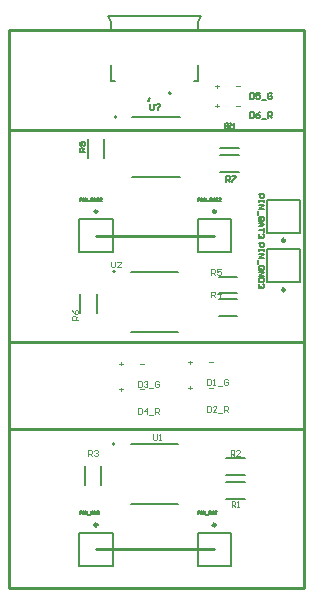
<source format=gbr>
%TF.GenerationSoftware,Altium Limited,Altium Designer,20.0.13 (296)*%
G04 Layer_Color=65535*
%FSLAX45Y45*%
%MOMM*%
%TF.FileFunction,Legend,Top*%
%TF.Part,Single*%
G01*
G75*
%TA.AperFunction,NonConductor*%
%ADD31C,0.20000*%
%ADD32C,0.25000*%
%ADD33C,0.25400*%
%ADD34C,0.07620*%
%ADD35C,0.12700*%
%ADD36C,0.07500*%
D31*
X14706900Y12165900D02*
G03*
X14706900Y12165900I-10000J0D01*
G01*
X14246700Y11963400D02*
G03*
X14246700Y11963400I-10000J0D01*
G01*
X14231606Y9194953D02*
G03*
X14231606Y9194953I-10000J0D01*
G01*
X14234000Y10655300D02*
G03*
X14234000Y10655300I-10000J0D01*
G01*
X14176898Y12820898D02*
X14196898Y12766899D01*
X14176898Y12820898D02*
X14956902D01*
X14196898Y12265899D02*
X14231898D01*
X14196898D02*
Y12400900D01*
X14936902Y12766899D02*
X14956902Y12820898D01*
X14936902Y12690902D02*
Y12766899D01*
X14901901Y12265899D02*
X14936902D01*
Y12400900D01*
X14196898Y12690902D02*
Y12766899D01*
X15799100Y10985200D02*
Y11265200D01*
X15519099D02*
X15799100D01*
X15519099Y10985200D02*
Y11265200D01*
Y10985200D02*
X15799100D01*
Y10566100D02*
Y10846100D01*
X15519099D02*
X15799100D01*
X15519099Y10566100D02*
Y10846100D01*
Y10566100D02*
X15799100D01*
X14934900Y10820100D02*
Y11100100D01*
Y10820100D02*
X15214900D01*
Y11100100D01*
X14934900D02*
X15214900D01*
X14931598Y8165800D02*
Y8445800D01*
Y8165800D02*
X15211598D01*
Y8445800D01*
X14931598D02*
X15211598D01*
X13931599Y10820100D02*
Y11100100D01*
Y10820100D02*
X14211600D01*
Y11100100D01*
X13931599D02*
X14211600D01*
X13931599Y8165800D02*
Y8445800D01*
Y8165800D02*
X14211600D01*
Y8445800D01*
X13931599D02*
X14211600D01*
D32*
X15671600Y10920200D02*
G03*
X15671600Y10920200I-12500J0D01*
G01*
Y10501100D02*
G03*
X15671600Y10501100I-12500J0D01*
G01*
X15087399Y11165100D02*
G03*
X15087399Y11165100I-12500J0D01*
G01*
X15084100Y8510800D02*
G03*
X15084100Y8510800I-12500J0D01*
G01*
X14084100Y11165100D02*
G03*
X14084100Y11165100I-12500J0D01*
G01*
Y8510800D02*
G03*
X14084100Y8510800I-12500J0D01*
G01*
D33*
X13335001Y7975600D02*
X15836900D01*
X13335001Y9321800D02*
X15836900D01*
Y7975600D02*
Y9321800D01*
X13335001Y7975600D02*
Y9321800D01*
Y7975600D02*
X15836900D01*
X13335001Y12700000D02*
X15836900D01*
Y7975600D02*
Y12700000D01*
X13335001Y7975600D02*
Y12700000D01*
Y10058400D02*
X15836900D01*
X13335001Y11858400D02*
X15836900D01*
Y10058400D02*
Y11858400D01*
X13335001Y10058400D02*
Y11858400D01*
X14071600Y10960100D02*
X15071597D01*
X14071600Y8305800D02*
X15071597D01*
D34*
X15260320Y12059920D02*
X15290800D01*
X15082520D02*
X15113000D01*
X15100301Y12047220D02*
Y12072620D01*
X15260320Y12225020D02*
X15290800D01*
X15082520D02*
X15113000D01*
X15100301Y12212320D02*
Y12237720D01*
X15031720Y9888220D02*
X15062199D01*
X14853920D02*
X14884399D01*
X14871700Y9875520D02*
Y9900920D01*
X15031720Y9672320D02*
X15062199D01*
X14853920D02*
X14884399D01*
X14871700Y9659620D02*
Y9685020D01*
X14447520Y9875520D02*
X14478000D01*
X14269720D02*
X14300200D01*
X14287500Y9862820D02*
Y9888220D01*
X14447520Y9659620D02*
X14478000D01*
X14269720D02*
X14300200D01*
X14287500Y9646920D02*
Y9672320D01*
D35*
X14379601Y11454399D02*
X14779601D01*
X14379601Y11964401D02*
X14779601D01*
X15121899Y11841902D02*
X15281900D01*
X15121899Y11703898D02*
X15281900D01*
X15121899Y11638702D02*
X15281900D01*
X15121899Y11500698D02*
X15281900D01*
X14002599Y11616700D02*
Y11776700D01*
X14140602Y11616700D02*
Y11776700D01*
X13977197Y8848100D02*
Y9008100D01*
X14115202Y8848100D02*
Y9008100D01*
X14364505Y8685953D02*
X14764503D01*
X14364505Y9195954D02*
X14764503D01*
X15172701Y9073302D02*
X15332700D01*
X15172701Y8935298D02*
X15332700D01*
X15172701Y8870102D02*
X15332700D01*
X15172701Y8732098D02*
X15332700D01*
X13939098Y10308600D02*
Y10468600D01*
X14077103Y10308600D02*
Y10468600D01*
X15109200Y10419502D02*
X15269200D01*
X15109200Y10281498D02*
X15269200D01*
X15109200Y10610002D02*
X15269200D01*
X15109200Y10471998D02*
X15269200D01*
X14366901Y10146299D02*
X14766901D01*
X14366901Y10656301D02*
X14766901D01*
X14526364Y12126796D02*
X14517900D01*
X14522131D01*
Y12105636D01*
X14517900Y12101404D01*
X14513667D01*
X14509436Y12105636D01*
X14531747Y12077292D02*
Y12035639D01*
X14540079Y12027308D01*
X14556738D01*
X14565070Y12035639D01*
Y12077292D01*
X14581731Y12068961D02*
X14590060Y12077292D01*
X14606723D01*
X14615053Y12068961D01*
Y12060631D01*
X14598392Y12043969D01*
Y12035639D02*
Y12027308D01*
X13982292Y11667747D02*
X13932307D01*
Y11692739D01*
X13940639Y11701070D01*
X13957300D01*
X13965631Y11692739D01*
Y11667747D01*
Y11684408D02*
X13982292Y11701070D01*
X13973961Y11717731D02*
X13982292Y11726061D01*
Y11742723D01*
X13973961Y11751053D01*
X13940639D01*
X13932307Y11742723D01*
Y11726061D01*
X13940639Y11717731D01*
X13948969D01*
X13957300Y11726061D01*
Y11751053D01*
X15243553Y11912191D02*
Y11862208D01*
X15218561D01*
X15210229Y11870538D01*
Y11887199D01*
X15218561Y11895530D01*
X15243553D01*
X15226892D02*
X15210229Y11912191D01*
X15193568Y11870538D02*
X15185239Y11862208D01*
X15168578D01*
X15160246Y11870538D01*
Y11878869D01*
X15168578Y11887199D01*
X15160246Y11895530D01*
Y11903861D01*
X15168578Y11912191D01*
X15185239D01*
X15193568Y11903861D01*
Y11895530D01*
X15185239Y11887199D01*
X15193568Y11878869D01*
Y11870538D01*
X15185239Y11887199D02*
X15168578D01*
X15172948Y11417708D02*
Y11467692D01*
X15197939D01*
X15206270Y11459361D01*
Y11442700D01*
X15197939Y11434369D01*
X15172948D01*
X15189607D02*
X15206270Y11417708D01*
X15222931Y11467692D02*
X15256253D01*
Y11459361D01*
X15222931Y11426039D01*
Y11417708D01*
X15447774Y10893539D02*
X15497757D01*
Y10868547D01*
X15489427Y10860216D01*
X15472765D01*
X15464435Y10868547D01*
Y10893539D01*
X15497757Y10843555D02*
Y10826894D01*
Y10835224D01*
X15447774D01*
Y10843555D01*
Y10826894D01*
Y10801902D02*
X15497757D01*
X15447774Y10768579D01*
X15497757D01*
X15439442Y10751918D02*
Y10718596D01*
X15489427Y10668612D02*
X15497757Y10676943D01*
Y10693604D01*
X15489427Y10701935D01*
X15456104D01*
X15447774Y10693604D01*
Y10676943D01*
X15456104Y10668612D01*
X15472765D01*
Y10685274D01*
X15447774Y10651951D02*
X15497757D01*
X15447774Y10618628D01*
X15497757D01*
Y10601967D02*
X15447774D01*
Y10576976D01*
X15456104Y10568645D01*
X15489427D01*
X15497757Y10576976D01*
Y10601967D01*
X15489427Y10551984D02*
X15497757Y10543653D01*
Y10526992D01*
X15489427Y10518661D01*
X15481096D01*
X15472765Y10526992D01*
Y10535323D01*
Y10526992D01*
X15464435Y10518661D01*
X15456104D01*
X15447774Y10526992D01*
Y10543653D01*
X15456104Y10551984D01*
X15447774Y11312639D02*
X15497757D01*
Y11287647D01*
X15489427Y11279316D01*
X15472765D01*
X15464435Y11287647D01*
Y11312639D01*
X15497757Y11262655D02*
Y11245994D01*
Y11254324D01*
X15447774D01*
Y11262655D01*
Y11245994D01*
Y11221002D02*
X15497757D01*
X15447774Y11187679D01*
X15497757D01*
X15439442Y11171018D02*
Y11137696D01*
X15497757Y11121035D02*
X15447774D01*
Y11096043D01*
X15456104Y11087712D01*
X15464435D01*
X15472765Y11096043D01*
Y11121035D01*
Y11096043D01*
X15481096Y11087712D01*
X15489427D01*
X15497757Y11096043D01*
Y11121035D01*
X15447774Y11071051D02*
X15481096D01*
X15497757Y11054390D01*
X15481096Y11037728D01*
X15447774D01*
X15472765D01*
Y11071051D01*
X15497757Y11021067D02*
Y10987745D01*
Y11004406D01*
X15447774D01*
X15489427Y10971084D02*
X15497757Y10962753D01*
Y10946092D01*
X15489427Y10937761D01*
X15481096D01*
X15472765Y10946092D01*
Y10954423D01*
Y10946092D01*
X15464435Y10937761D01*
X15456104D01*
X15447774Y10946092D01*
Y10962753D01*
X15456104Y10971084D01*
X15376962Y12005257D02*
Y11955274D01*
X15401955D01*
X15410286Y11963604D01*
Y11996927D01*
X15401955Y12005257D01*
X15376962D01*
X15460271D02*
X15443608Y11996927D01*
X15426947Y11980265D01*
Y11963604D01*
X15435278Y11955274D01*
X15451939D01*
X15460271Y11963604D01*
Y11971935D01*
X15451939Y11980265D01*
X15426947D01*
X15476932Y11946943D02*
X15510252D01*
X15526913Y11955274D02*
Y12005257D01*
X15551906D01*
X15560237Y11996927D01*
Y11980265D01*
X15551906Y11971935D01*
X15526913D01*
X15543575D02*
X15560237Y11955274D01*
X15376962Y12170357D02*
Y12120374D01*
X15401955D01*
X15410286Y12128704D01*
Y12162027D01*
X15401955Y12170357D01*
X15376962D01*
X15460271D02*
X15426947D01*
Y12145365D01*
X15443608Y12153696D01*
X15451939D01*
X15460271Y12145365D01*
Y12128704D01*
X15451939Y12120374D01*
X15435278D01*
X15426947Y12128704D01*
X15476932Y12112043D02*
X15510252D01*
X15560237Y12162027D02*
X15551906Y12170357D01*
X15535245D01*
X15526913Y12162027D01*
Y12128704D01*
X15535245Y12120374D01*
X15551906D01*
X15560237Y12128704D01*
Y12145365D01*
X15543575D01*
X13934441Y8602980D02*
Y8628372D01*
X13947136D01*
X13951369Y8624140D01*
Y8615676D01*
X13947136Y8611444D01*
X13934441D01*
X13959831Y8628372D02*
X13968295D01*
X13964064D01*
Y8602980D01*
X13959831D01*
X13968295D01*
X13980992D02*
Y8628372D01*
X13997919Y8602980D01*
Y8628372D01*
X14006383Y8598748D02*
X14023311D01*
X14048703Y8624140D02*
X14044472Y8628372D01*
X14036008D01*
X14031775Y8624140D01*
Y8607212D01*
X14036008Y8602980D01*
X14044472D01*
X14048703Y8607212D01*
Y8615676D01*
X14040239D01*
X14057167Y8602980D02*
Y8628372D01*
X14074095Y8602980D01*
Y8628372D01*
X14082559D02*
Y8602980D01*
X14095255D01*
X14099487Y8607212D01*
Y8624140D01*
X14095255Y8628372D01*
X14082559D01*
X13934441Y11257280D02*
Y11282672D01*
X13947136D01*
X13951369Y11278440D01*
Y11269976D01*
X13947136Y11265744D01*
X13934441D01*
X13959831Y11282672D02*
X13968295D01*
X13964064D01*
Y11257280D01*
X13959831D01*
X13968295D01*
X13980992D02*
Y11282672D01*
X13997919Y11257280D01*
Y11282672D01*
X14006383Y11253048D02*
X14023311D01*
X14048703Y11278440D02*
X14044472Y11282672D01*
X14036008D01*
X14031775Y11278440D01*
Y11261512D01*
X14036008Y11257280D01*
X14044472D01*
X14048703Y11261512D01*
Y11269976D01*
X14040239D01*
X14057167Y11257280D02*
Y11282672D01*
X14074095Y11257280D01*
Y11282672D01*
X14082559D02*
Y11257280D01*
X14095255D01*
X14099487Y11261512D01*
Y11278440D01*
X14095255Y11282672D01*
X14082559D01*
X14124879Y11257280D02*
X14107951D01*
X14124879Y11274208D01*
Y11278440D01*
X14120647Y11282672D01*
X14112183D01*
X14107951Y11278440D01*
X14935201Y8602980D02*
Y8628372D01*
X14947896D01*
X14952129Y8624140D01*
Y8615676D01*
X14947896Y8611444D01*
X14935201D01*
X14960593Y8628372D02*
X14969057D01*
X14964824D01*
Y8602980D01*
X14960593D01*
X14969057D01*
X14981752D02*
Y8628372D01*
X14998679Y8602980D01*
Y8628372D01*
X15007143Y8598748D02*
X15024071D01*
X15032535Y8628372D02*
Y8602980D01*
X15045232D01*
X15049463Y8607212D01*
Y8611444D01*
X15045232Y8615676D01*
X15032535D01*
X15045232D01*
X15049463Y8619908D01*
Y8624140D01*
X15045232Y8628372D01*
X15032535D01*
X15057927Y8602980D02*
Y8619908D01*
X15066391Y8628372D01*
X15074855Y8619908D01*
Y8602980D01*
Y8615676D01*
X15057927D01*
X15083319Y8628372D02*
X15100247D01*
X15091783D01*
Y8602980D01*
X14937740Y11257280D02*
Y11282672D01*
X14950436D01*
X14954668Y11278440D01*
Y11269976D01*
X14950436Y11265744D01*
X14937740D01*
X14963132Y11282672D02*
X14971596D01*
X14967365D01*
Y11257280D01*
X14963132D01*
X14971596D01*
X14984293D02*
Y11282672D01*
X15001219Y11257280D01*
Y11282672D01*
X15009683Y11253048D02*
X15026611D01*
X15035075Y11282672D02*
Y11257280D01*
X15047771D01*
X15052003Y11261512D01*
Y11265744D01*
X15047771Y11269976D01*
X15035075D01*
X15047771D01*
X15052003Y11274208D01*
Y11278440D01*
X15047771Y11282672D01*
X15035075D01*
X15060468Y11257280D02*
Y11274208D01*
X15068932Y11282672D01*
X15077396Y11274208D01*
Y11257280D01*
Y11269976D01*
X15060468D01*
X15085860Y11282672D02*
X15102786D01*
X15094324D01*
Y11257280D01*
X15128178D02*
X15111250D01*
X15128178Y11274208D01*
Y11278440D01*
X15123947Y11282672D01*
X15115483D01*
X15111250Y11278440D01*
D36*
X14201140Y10740844D02*
Y10699191D01*
X14209471Y10690860D01*
X14226132D01*
X14234464Y10699191D01*
Y10740844D01*
X14284447Y10690860D02*
X14251125D01*
X14284447Y10724183D01*
Y10732513D01*
X14276115Y10740844D01*
X14259454D01*
X14251125Y10732513D01*
X13921741Y10243820D02*
X13871756D01*
Y10268812D01*
X13880087Y10277143D01*
X13896748D01*
X13905080Y10268812D01*
Y10243820D01*
Y10260481D02*
X13921741Y10277143D01*
X13871756Y10327126D02*
X13880087Y10310465D01*
X13896748Y10293804D01*
X13913409D01*
X13921741Y10302134D01*
Y10318795D01*
X13913409Y10327126D01*
X13905080D01*
X13896748Y10318795D01*
Y10293804D01*
X15044420Y10627360D02*
Y10677344D01*
X15069412D01*
X15077744Y10669013D01*
Y10652352D01*
X15069412Y10644021D01*
X15044420D01*
X15061081D02*
X15077744Y10627360D01*
X15127727Y10677344D02*
X15094405D01*
Y10652352D01*
X15111066Y10660683D01*
X15119395D01*
X15127727Y10652352D01*
Y10635691D01*
X15119395Y10627360D01*
X15102734D01*
X15094405Y10635691D01*
X15044420Y10436860D02*
Y10486844D01*
X15069412D01*
X15077744Y10478513D01*
Y10461852D01*
X15069412Y10453521D01*
X15044420D01*
X15061081D02*
X15077744Y10436860D01*
X15119395D02*
Y10486844D01*
X15094405Y10461852D01*
X15127727D01*
X14424463Y9503357D02*
Y9453374D01*
X14449455D01*
X14457787Y9461704D01*
Y9495027D01*
X14449455Y9503357D01*
X14424463D01*
X14499438Y9453374D02*
Y9503357D01*
X14474448Y9478365D01*
X14507770D01*
X14524431Y9445043D02*
X14557753D01*
X14574414Y9453374D02*
Y9503357D01*
X14599406D01*
X14607738Y9495027D01*
Y9478365D01*
X14599406Y9470035D01*
X14574414D01*
X14591075D02*
X14607738Y9453374D01*
X14424463Y9731957D02*
Y9681974D01*
X14449455D01*
X14457787Y9690304D01*
Y9723627D01*
X14449455Y9731957D01*
X14424463D01*
X14474448Y9723627D02*
X14482777Y9731957D01*
X14499438D01*
X14507770Y9723627D01*
Y9715296D01*
X14499438Y9706965D01*
X14491109D01*
X14499438D01*
X14507770Y9698635D01*
Y9690304D01*
X14499438Y9681974D01*
X14482777D01*
X14474448Y9690304D01*
X14524431Y9673643D02*
X14557753D01*
X14607738Y9723627D02*
X14599406Y9731957D01*
X14582745D01*
X14574414Y9723627D01*
Y9690304D01*
X14582745Y9681974D01*
X14599406D01*
X14607738Y9690304D01*
Y9706965D01*
X14591075D01*
X14556583Y9283445D02*
Y9241792D01*
X14564912Y9233462D01*
X14581573D01*
X14589905Y9241792D01*
Y9283445D01*
X14606566Y9233462D02*
X14623227D01*
X14614897D01*
Y9283445D01*
X14606566Y9275115D01*
X14004547Y9093608D02*
Y9143592D01*
X14029539D01*
X14037869Y9135261D01*
Y9118600D01*
X14029539Y9110269D01*
X14004547D01*
X14021208D02*
X14037869Y9093608D01*
X14054530Y9135261D02*
X14062862Y9143592D01*
X14079523D01*
X14087852Y9135261D01*
Y9126931D01*
X14079523Y9118600D01*
X14071191D01*
X14079523D01*
X14087852Y9110269D01*
Y9101939D01*
X14079523Y9093608D01*
X14062862D01*
X14054530Y9101939D01*
X15211047Y9093608D02*
Y9143592D01*
X15236040D01*
X15244370Y9135261D01*
Y9118600D01*
X15236040Y9110269D01*
X15211047D01*
X15227708D02*
X15244370Y9093608D01*
X15294353D02*
X15261031D01*
X15294353Y9126931D01*
Y9135261D01*
X15286023Y9143592D01*
X15269360D01*
X15261031Y9135261D01*
X15219379Y8661808D02*
Y8711792D01*
X15244370D01*
X15252699Y8703461D01*
Y8686800D01*
X15244370Y8678469D01*
X15219379D01*
X15236040D02*
X15252699Y8661808D01*
X15269360D02*
X15286023D01*
X15277692D01*
Y8711792D01*
X15269360Y8703461D01*
X15008662Y9516057D02*
Y9466074D01*
X15033655D01*
X15041986Y9474404D01*
Y9507727D01*
X15033655Y9516057D01*
X15008662D01*
X15091969Y9466074D02*
X15058647D01*
X15091969Y9499396D01*
Y9507727D01*
X15083640Y9516057D01*
X15066978D01*
X15058647Y9507727D01*
X15108630Y9457743D02*
X15141953D01*
X15158614Y9466074D02*
Y9516057D01*
X15183606D01*
X15191937Y9507727D01*
Y9491065D01*
X15183606Y9482735D01*
X15158614D01*
X15175275D02*
X15191937Y9466074D01*
X15012828Y9744657D02*
Y9694674D01*
X15037820D01*
X15046152Y9703004D01*
Y9736327D01*
X15037820Y9744657D01*
X15012828D01*
X15062811Y9694674D02*
X15079472D01*
X15071143D01*
Y9744657D01*
X15062811Y9736327D01*
X15104465Y9686343D02*
X15137788D01*
X15187772Y9736327D02*
X15179440Y9744657D01*
X15162781D01*
X15154449Y9736327D01*
Y9703004D01*
X15162781Y9694674D01*
X15179440D01*
X15187772Y9703004D01*
Y9719665D01*
X15171111D01*
%TF.MD5,45db04f9d29406af71063107911abdc9*%
M02*

</source>
